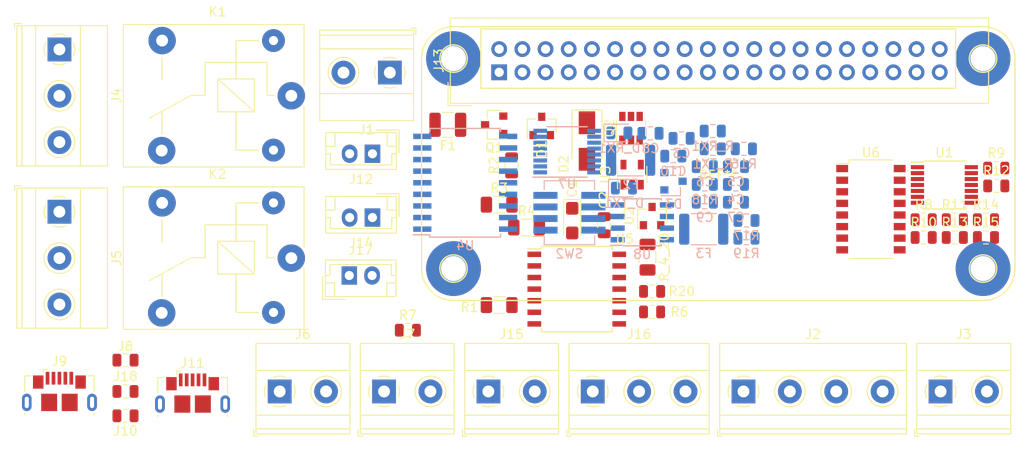
<source format=kicad_pcb>
(kicad_pcb (version 20171130) (host pcbnew 5.0.0-fee4fd1~66~ubuntu16.04.1)
  (layers (0 F.Cu signal) (31 B.Cu signal) (34 B.Paste user) (35 F.Paste user) (36 B.SilkS user) (37 F.SilkS user) (38 B.Mask user) (39 F.Mask user) (44 Edge.Cuts user))
  (net 0 "")
  (net 1 /3V3)
  (net 2 /AGND)
  (net 3 "Net-(C3-Pad1)")
  (net 4 "Net-(C3-Pad2)")
  (net 5 /DGND)
  (net 6 "Net-(C4-Pad1)")
  (net 7 "Net-(C6-Pad1)")
  (net 8 "Net-(C7-Pad2)")
  (net 9 "Net-(C7-Pad1)")
  (net 10 "Net-(C8-Pad1)")
  (net 11 "Net-(C9-Pad2)")
  (net 12 "Net-(C10-Pad1)")
  (net 13 "Net-(D1-Pad1)")
  (net 14 "Net-(D1-Pad2)")
  (net 15 /powerSupply/Gnd_In)
  (net 16 /rPi/UART_RX)
  (net 17 "Net-(D_RX1-Pad2)")
  (net 18 "Net-(D_TX1-Pad2)")
  (net 19 /rPi/UART_TX)
  (net 20 "Net-(F1-Pad1)")
  (net 21 /powerSupply/V_adapter_out)
  (net 22 /serial/RS485_B-)
  (net 23 /serial/RS485_A+)
  (net 24 /digitalSensing/Vin_1)
  (net 25 /digitalSensing/Vin_2)
  (net 26 /digitalSensing/Vin_3)
  (net 27 /digitalSensing/Vin_4)
  (net 28 /digitalSensing/Gnd_in)
  (net 29 /actuation/RL1_NC)
  (net 30 /actuation/RL1_C)
  (net 31 /actuation/RL1_NO)
  (net 32 /actuation/RL2_NO)
  (net 33 /actuation/RL2_C)
  (net 34 /actuation/RL2_NC)
  (net 35 /analogSensing/R_Sense)
  (net 36 /analogSensing/420+)
  (net 37 /analogSensing/420-)
  (net 38 "Net-(J9-Pad6)")
  (net 39 "Net-(J11-Pad6)")
  (net 40 "Net-(J11-Pad1)")
  (net 41 /rPi/5V_In)
  (net 42 /analogSensing/SDA)
  (net 43 /analogSensing/SCL)
  (net 44 /actuation/Fan_Ctrl)
  (net 45 /D_INPUT_A)
  (net 46 /D_INPUT_B)
  (net 47 /D_INPUT_C)
  (net 48 /D_INPUT_D)
  (net 49 /actuation/Relay1_Ctrl)
  (net 50 /actuation/Relay2_Ctrl)
  (net 51 "Net-(J14-Pad2)")
  (net 52 /serial/RS232_TX)
  (net 53 /serial/RS232_RX)
  (net 54 "Net-(K1-Pad2)")
  (net 55 "Net-(K2-Pad5)")
  (net 56 "Net-(Q2-Pad1)")
  (net 57 "Net-(Q2-Pad3)")
  (net 58 "Net-(R3-Pad2)")
  (net 59 "Net-(R20-Pad1)")
  (net 60 "Net-(R8-Pad1)")
  (net 61 "Net-(R9-Pad1)")
  (net 62 "Net-(R10-Pad1)")
  (net 63 "Net-(R11-Pad1)")
  (net 64 "Net-(R12-Pad1)")
  (net 65 "Net-(R13-Pad1)")
  (net 66 "Net-(R14-Pad1)")
  (net 67 "Net-(R15-Pad1)")
  (net 68 /analogSensing/T_Sense)
  (net 69 "Net-(SW2-Pad6)")
  (net 70 "Net-(SW2-Pad7)")
  (net 71 "Net-(SW2-Pad8)")
  (net 72 "Net-(U1-Pad10)")
  (net 73 "Net-(D3-Pad1)")
  (net 74 /3V3_Net+)
  (net 75 "Net-(J18-Pad2)")
  (module Capacitor_Tantalum_SMD:CP_EIA-3216-12_Kemet-S (layer F.Cu) (at 124.75 105.75 270)
    (fp_text reference C1 (at -3.5 0 270) (layer F.SilkS))
    (fp_text value 10uF)
    (pad 1 smd roundrect (at -1.35 0 270) (size 1.4 1.35) (layers F.Cu F.Paste F.Mask) (roundrect_rratio 0.185185) (net 1 /3V3))
    (pad 2 smd roundrect (at 1.35 0 270) (size 1.4 1.35) (layers F.Cu F.Paste F.Mask) (roundrect_rratio 0.185185) (net 2 /AGND))
  )
  (module Capacitor_SMD:C_0805_2012Metric (layer F.Cu) (at 128.25 106.25 270)
    (fp_text reference C2 (at -2.75 0 270) (layer F.SilkS))
    (fp_text value 0.1uF)
    (pad 1 smd roundrect (at -0.9375 0 270) (size 0.975 1.4) (layers F.Cu F.Paste F.Mask) (net 1 /3V3))
    (pad 2 smd roundrect (at 0.9375 0 270) (size 0.975 1.4) (layers F.Cu F.Paste F.Mask) (net 2 /AGND))
  )
  (module Capacitor_SMD:C_0805_2012Metric (layer B.Cu) (at 136.735001 96.734999)
    (fp_text reference C3 (at 0 1.65) (layer B.SilkS) (effects (justify mirror)))
    (fp_text value 0.1uF)
    (pad 2 smd roundrect (at 0.9375 0) (size 0.975 1.4) (layers B.Cu B.Paste B.Mask) (net 4 "Net-(C3-Pad2)"))
    (pad 1 smd roundrect (at -0.9375 0) (size 0.975 1.4) (layers B.Cu B.Paste B.Mask) (net 3 "Net-(C3-Pad1)"))
  )
  (module Capacitor_SMD:C_0805_2012Metric (layer B.Cu) (at 142.685001 101.784999)
    (fp_text reference C4 (at 0 1.65) (layer B.SilkS) (effects (justify mirror)))
    (fp_text value 0.1uF)
    (pad 1 smd roundrect (at -0.9375 0) (size 0.975 1.4) (layers B.Cu B.Paste B.Mask) (net 6 "Net-(C4-Pad1)"))
    (pad 2 smd roundrect (at 0.9375 0) (size 0.975 1.4) (layers B.Cu B.Paste B.Mask) (net 5 /DGND))
  )
  (module Capacitor_SMD:C_0805_2012Metric (layer B.Cu) (at 142.685001 99.834999)
    (fp_text reference C5 (at 0 1.65) (layer B.SilkS) (effects (justify mirror)))
    (fp_text value 0.1uF)
    (pad 2 smd roundrect (at 0.9375 0) (size 0.975 1.4) (layers B.Cu B.Paste B.Mask) (net 5 /DGND))
    (pad 1 smd roundrect (at -0.9375 0) (size 0.975 1.4) (layers B.Cu B.Paste B.Mask) (net 1 /3V3))
  )
  (module Capacitor_SMD:C_0805_2012Metric (layer B.Cu) (at 139.275001 99.834999)
    (fp_text reference C6 (at 0 1.65) (layer B.SilkS) (effects (justify mirror)))
    (fp_text value 0.1uF)
    (pad 2 smd roundrect (at 0.9375 0) (size 0.975 1.4) (layers B.Cu B.Paste B.Mask) (net 5 /DGND))
    (pad 1 smd roundrect (at -0.9375 0) (size 0.975 1.4) (layers B.Cu B.Paste B.Mask) (net 7 "Net-(C6-Pad1)"))
  )
  (module Capacitor_SMD:C_0805_2012Metric (layer B.Cu) (at 142.685001 103.734999)
    (fp_text reference C7 (at 0 1.65) (layer B.SilkS) (effects (justify mirror)))
    (fp_text value 0.1uF)
    (pad 1 smd roundrect (at -0.9375 0) (size 0.975 1.4) (layers B.Cu B.Paste B.Mask) (net 9 "Net-(C7-Pad1)"))
    (pad 2 smd roundrect (at 0.9375 0) (size 0.975 1.4) (layers B.Cu B.Paste B.Mask) (net 8 "Net-(C7-Pad2)"))
  )
  (module Capacitor_SMD:C_0805_2012Metric (layer B.Cu) (at 133.325001 96.184999)
    (fp_text reference C8 (at 0 1.65) (layer B.SilkS) (effects (justify mirror)))
    (fp_text value 0.1uF)
    (pad 1 smd roundrect (at -0.9375 0) (size 0.975 1.4) (layers B.Cu B.Paste B.Mask) (net 10 "Net-(C8-Pad1)"))
    (pad 2 smd roundrect (at 0.9375 0) (size 0.975 1.4) (layers B.Cu B.Paste B.Mask) (net 5 /DGND))
  )
  (module Capacitor_SMD:C_0805_2012Metric (layer B.Cu) (at 139.275001 103.734999)
    (fp_text reference C9 (at 0 1.65) (layer B.SilkS) (effects (justify mirror)))
    (fp_text value 1nF)
    (pad 2 smd roundrect (at 0.9375 0) (size 0.975 1.4) (layers B.Cu B.Paste B.Mask) (net 11 "Net-(C9-Pad2)"))
    (pad 1 smd roundrect (at -0.9375 0) (size 0.975 1.4) (layers B.Cu B.Paste B.Mask) (net 1 /3V3))
  )
  (module Capacitor_SMD:C_0805_2012Metric (layer B.Cu) (at 135.825001 98.684999)
    (fp_text reference C10 (at 0 1.65) (layer B.SilkS) (effects (justify mirror)))
    (fp_text value 1nF)
    (pad 1 smd roundrect (at -0.9375 0) (size 0.975 1.4) (layers B.Cu B.Paste B.Mask) (net 12 "Net-(C10-Pad1)"))
    (pad 2 smd roundrect (at 0.9375 0) (size 0.975 1.4) (layers B.Cu B.Paste B.Mask) (net 5 /DGND))
  )
  (module Diode_SMD:D_SOT-23_ANK (layer F.Cu) (at 121.412 95.377 90)
    (fp_text reference D1 (at -2.54 0 90) (layer F.SilkS))
    (fp_text value 10V)
    (pad 1 smd rect (at 1 0 90) (size 0.9 0.8) (layers F.Cu F.Paste F.Mask) (net 13 "Net-(D1-Pad1)"))
    (pad "" smd rect (at -1 0.95 90) (size 0.9 0.8) (layers F.Cu F.Paste F.Mask))
    (pad 2 smd rect (at -1 -0.95 90) (size 0.9 0.8) (layers F.Cu F.Paste F.Mask) (net 14 "Net-(D1-Pad2)"))
  )
  (module Diode_SMD:D_SMA (layer F.Cu) (at 126.365 97.028 270)
    (fp_text reference D2 (at 2.54 2.54 270) (layer F.SilkS))
    (fp_text value 24V)
    (pad 1 smd rect (at -2 0 270) (size 2.5 1.8) (layers F.Cu F.Paste F.Mask) (net 13 "Net-(D1-Pad1)"))
    (pad 2 smd rect (at 2 0 270) (size 2.5 1.8) (layers F.Cu F.Paste F.Mask) (net 15 /powerSupply/Gnd_In))
  )
  (module Diode_SMD:D_SOT-23_ANK (layer B.Cu) (at 135.845001 101.434999)
    (fp_text reference D3 (at 0 2.5) (layer B.SilkS) (effects (justify mirror)))
    (fp_text value MMBD914)
    (pad 2 smd rect (at -1 0.95) (size 0.9 0.8) (layers B.Cu B.Paste B.Mask) (net 6 "Net-(C4-Pad1)"))
    (pad "" smd rect (at -1 -0.95) (size 0.9 0.8) (layers B.Cu B.Paste B.Mask))
    (pad 1 smd rect (at 1 0) (size 0.9 0.8) (layers B.Cu B.Paste B.Mask) (net 73 "Net-(D3-Pad1)"))
  )
  (module LED_SMD:LED_0805_2012Metric (layer B.Cu) (at 129.915001 96.139999)
    (fp_text reference D_RX1 (at 0 1.65) (layer B.SilkS) (effects (justify mirror)))
    (fp_text value LED)
    (pad 1 smd roundrect (at -0.9375 0) (size 0.975 1.4) (layers B.Cu B.Paste B.Mask) (net 16 /rPi/UART_RX))
    (pad 2 smd roundrect (at 0.9375 0) (size 0.975 1.4) (layers B.Cu B.Paste B.Mask) (net 17 "Net-(D_RX1-Pad2)"))
  )
  (module LED_SMD:LED_0805_2012Metric (layer B.Cu) (at 130.415001 102.189999)
    (fp_text reference D_TX1 (at 0 1.65) (layer B.SilkS) (effects (justify mirror)))
    (fp_text value LED)
    (pad 2 smd roundrect (at 0.9375 0) (size 0.975 1.4) (layers B.Cu B.Paste B.Mask) (net 18 "Net-(D_TX1-Pad2)"))
    (pad 1 smd roundrect (at -0.9375 0) (size 0.975 1.4) (layers B.Cu B.Paste B.Mask) (net 19 /rPi/UART_TX))
  )
  (module Fuse:Fuse_1210_3225Metric (layer F.Cu) (at 111.125 95.25 180)
    (fp_text reference F1 (at 0 -2.28 180) (layer F.SilkS))
    (fp_text value 3A)
    (pad 1 smd roundrect (at -1.4 0 180) (size 1.25 2.65) (layers F.Cu F.Paste F.Mask) (roundrect_rratio 0.2) (net 20 "Net-(F1-Pad1)"))
    (pad 2 smd roundrect (at 1.4 0 180) (size 1.25 2.65) (layers F.Cu F.Paste F.Mask) (roundrect_rratio 0.2) (net 21 /powerSupply/V_adapter_out))
  )
  (module Fuse:Fuse_1812_4532Metric (layer B.Cu) (at 131.145001 99.134999)
    (fp_text reference F2 (at 0 2.65) (layer B.SilkS) (effects (justify mirror)))
    (fp_text value PPTC)
    (pad 1 smd roundrect (at -2.1375 0) (size 1.125 3.4) (layers B.Cu B.Paste B.Mask) (roundrect_rratio 0.222222) (net 22 /serial/RS485_B-))
    (pad 2 smd roundrect (at 2.1375 0) (size 1.125 3.4) (layers B.Cu B.Paste B.Mask) (roundrect_rratio 0.222222) (net 11 "Net-(C9-Pad2)"))
  )
  (module Fuse:Fuse_1812_4532Metric (layer B.Cu) (at 139.155001 106.684999)
    (fp_text reference F3 (at 0 2.65) (layer B.SilkS) (effects (justify mirror)))
    (fp_text value PPTC)
    (pad 2 smd roundrect (at 2.1375 0) (size 1.125 3.4) (layers B.Cu B.Paste B.Mask) (roundrect_rratio 0.222222) (net 12 "Net-(C10-Pad1)"))
    (pad 1 smd roundrect (at -2.1375 0) (size 1.125 3.4) (layers B.Cu B.Paste B.Mask) (roundrect_rratio 0.222222) (net 23 /serial/RS485_A+))
  )
  (module TerminalBlock_Phoenix:TerminalBlock_Phoenix_MKDS-1,5-2-5.08_1x02_P5.08mm_Horizontal (layer F.Cu) (at 104.775 89.535 180)
    (fp_text reference J1 (at 2.54 -6.26 180) (layer F.SilkS))
    (fp_text value PWR_SUPPLY)
    (pad 2 thru_hole circle (at 5.08 0 180) (size 2.6 2.6) (drill 1.3) (layers *.Cu *.Mask) (net 15 /powerSupply/Gnd_In))
    (pad 1 thru_hole rect (at 0 0 180) (size 2.6 2.6) (drill 1.3) (layers *.Cu *.Mask) (net 21 /powerSupply/V_adapter_out))
  )
  (module TerminalBlock_Phoenix:TerminalBlock_Phoenix_MKDS-1,5-4-5.08_1x04_P5.08mm_Horizontal (layer F.Cu) (at 143.51 124.46)
    (fp_text reference J2 (at 7.62 -6.26) (layer F.SilkS))
    (fp_text value Digital_Input_Signals)
    (pad 1 thru_hole rect (at 0 0) (size 2.6 2.6) (drill 1.3) (layers *.Cu *.Mask) (net 24 /digitalSensing/Vin_1))
    (pad 2 thru_hole circle (at 5.08 0) (size 2.6 2.6) (drill 1.3) (layers *.Cu *.Mask) (net 25 /digitalSensing/Vin_2))
    (pad 3 thru_hole circle (at 10.16 0) (size 2.6 2.6) (drill 1.3) (layers *.Cu *.Mask) (net 26 /digitalSensing/Vin_3))
    (pad 4 thru_hole circle (at 15.24 0) (size 2.6 2.6) (drill 1.3) (layers *.Cu *.Mask) (net 27 /digitalSensing/Vin_4))
  )
  (module TerminalBlock_Phoenix:TerminalBlock_Phoenix_MKDS-1,5-2-5.08_1x02_P5.08mm_Horizontal (layer F.Cu) (at 165.1 124.46)
    (fp_text reference J3 (at 2.54 -6.26) (layer F.SilkS))
    (fp_text value Digital_Input_Gnd)
    (pad 1 thru_hole rect (at 0 0) (size 2.6 2.6) (drill 1.3) (layers *.Cu *.Mask) (net 28 /digitalSensing/Gnd_in))
    (pad 2 thru_hole circle (at 5.08 0) (size 2.6 2.6) (drill 1.3) (layers *.Cu *.Mask) (net 28 /digitalSensing/Gnd_in))
  )
  (module TerminalBlock_Phoenix:TerminalBlock_Phoenix_MKDS-1,5-3-5.08_1x03_P5.08mm_Horizontal (layer F.Cu) (at 68.58 86.995 270)
    (fp_text reference J4 (at 5.08 -6.26 270) (layer F.SilkS))
    (fp_text value Screw_Terminal_01x03)
    (pad 1 thru_hole rect (at 0 0 270) (size 2.6 2.6) (drill 1.3) (layers *.Cu *.Mask) (net 31 /actuation/RL1_NO))
    (pad 2 thru_hole circle (at 5.08 0 270) (size 2.6 2.6) (drill 1.3) (layers *.Cu *.Mask) (net 30 /actuation/RL1_C))
    (pad 3 thru_hole circle (at 10.16 0 270) (size 2.6 2.6) (drill 1.3) (layers *.Cu *.Mask) (net 29 /actuation/RL1_NC))
  )
  (module TerminalBlock_Phoenix:TerminalBlock_Phoenix_MKDS-1,5-3-5.08_1x03_P5.08mm_Horizontal (layer F.Cu) (at 68.58 104.775 270)
    (fp_text reference J5 (at 5.08 -6.26 270) (layer F.SilkS))
    (fp_text value Screw_Terminal_01x03)
    (pad 3 thru_hole circle (at 10.16 0 270) (size 2.6 2.6) (drill 1.3) (layers *.Cu *.Mask) (net 34 /actuation/RL2_NC))
    (pad 2 thru_hole circle (at 5.08 0 270) (size 2.6 2.6) (drill 1.3) (layers *.Cu *.Mask) (net 33 /actuation/RL2_C))
    (pad 1 thru_hole rect (at 0 0 270) (size 2.6 2.6) (drill 1.3) (layers *.Cu *.Mask) (net 32 /actuation/RL2_NO))
  )
  (module TerminalBlock_Phoenix:TerminalBlock_Phoenix_MKDS-1,5-2-5.08_1x02_P5.08mm_Horizontal (layer F.Cu) (at 92.71 124.46)
    (fp_text reference J6 (at 2.54 -6.26) (layer F.SilkS))
    (fp_text value Analog_RSense)
    (pad 2 thru_hole circle (at 5.08 0) (size 2.6 2.6) (drill 1.3) (layers *.Cu *.Mask) (net 2 /AGND))
    (pad 1 thru_hole rect (at 0 0) (size 2.6 2.6) (drill 1.3) (layers *.Cu *.Mask) (net 35 /analogSensing/R_Sense))
  )
  (module TerminalBlock_Phoenix:TerminalBlock_Phoenix_MKDS-1,5-2-5.08_1x02_P5.08mm_Horizontal (layer F.Cu) (at 104.14 124.46)
    (fp_text reference J7 (at 2.54 -6.26) (layer F.SilkS))
    (fp_text value Analog_420)
    (pad 1 thru_hole rect (at 0 0) (size 2.6 2.6) (drill 1.3) (layers *.Cu *.Mask) (net 36 /analogSensing/420+))
    (pad 2 thru_hole circle (at 5.08 0) (size 2.6 2.6) (drill 1.3) (layers *.Cu *.Mask) (net 37 /analogSensing/420-))
  )
  (module Resistor_SMD:R_0805_2012Metric (layer F.Cu) (at 75.819 121.031 180)
    (fp_text reference J8 (at 0 1.524 180) (layer F.SilkS))
    (fp_text value Supply_Safety_Bypass)
    (pad 2 smd roundrect (at 0.9375 0 180) (size 0.975 1.4) (layers F.Cu F.Paste F.Mask) (net 20 "Net-(F1-Pad1)"))
    (pad 1 smd roundrect (at -0.9375 0 180) (size 0.975 1.4) (layers F.Cu F.Paste F.Mask) (net 75 "Net-(J18-Pad2)"))
  )
  (module Connector_USB:USB_Micro-B_GCT_USB3076-30-A (layer F.Cu) (at 68.58 124.46)
    (fp_text reference J9 (at 0 -3.3) (layer F.SilkS))
    (fp_text value USB_B_Micro_IN)
    (pad 6 smd rect (at -2.32 -1.03) (size 1.15 1.45) (layers F.Cu F.Paste F.Mask) (net 38 "Net-(J9-Pad6)"))
    (pad 6 smd rect (at 2.32 -1.03) (size 1.15 1.45) (layers F.Cu F.Paste F.Mask) (net 38 "Net-(J9-Pad6)"))
    (pad 6 thru_hole oval (at 3.575 1.2) (size 1.05 1.9) (drill oval 0.45 1.25) (layers *.Cu *.Mask) (net 38 "Net-(J9-Pad6)"))
    (pad 6 thru_hole oval (at -3.575 1.2 180) (size 1.05 1.9) (drill oval 0.45 1.25) (layers *.Cu *.Mask) (net 38 "Net-(J9-Pad6)"))
    (pad 6 smd rect (at -1.125 1.2) (size 1.75 1.9) (layers F.Cu F.Paste F.Mask) (net 38 "Net-(J9-Pad6)"))
    (pad 3 smd rect (at 0 -1.45) (size 0.4 1.4) (layers F.Cu F.Paste F.Mask))
    (pad 4 smd rect (at 0.65 -1.45) (size 0.4 1.4) (layers F.Cu F.Paste F.Mask))
    (pad 5 smd rect (at 1.3 -1.45) (size 0.4 1.4) (layers F.Cu F.Paste F.Mask) (net 15 /powerSupply/Gnd_In))
    (pad 1 smd rect (at -1.3 -1.45) (size 0.4 1.4) (layers F.Cu F.Paste F.Mask) (net 75 "Net-(J18-Pad2)"))
    (pad 2 smd rect (at -0.65 -1.45) (size 0.4 1.4) (layers F.Cu F.Paste F.Mask))
    (pad 6 smd rect (at 1.125 1.2) (size 1.75 1.9) (layers F.Cu F.Paste F.Mask) (net 38 "Net-(J9-Pad6)"))
  )
  (module Resistor_SMD:R_0805_2012Metric (layer F.Cu) (at 75.819 127.127 180)
    (fp_text reference J10 (at 0 -1.65 180) (layer F.SilkS))
    (fp_text value Bat_Bak_Byp_Gnd)
    (pad 1 smd roundrect (at -0.9375 0 180) (size 0.975 1.4) (layers F.Cu F.Paste F.Mask) (net 15 /powerSupply/Gnd_In))
    (pad 2 smd roundrect (at 0.9375 0 180) (size 0.975 1.4) (layers F.Cu F.Paste F.Mask) (net 5 /DGND))
  )
  (module Connector_USB:USB_Micro-B_GCT_USB3076-30-A (layer F.Cu) (at 83.17 124.64)
    (fp_text reference J11 (at 0 -3.3) (layer F.SilkS))
    (fp_text value USB_B_Micro_OUT)
    (pad 6 smd rect (at 1.125 1.2) (size 1.75 1.9) (layers F.Cu F.Paste F.Mask) (net 39 "Net-(J11-Pad6)"))
    (pad 2 smd rect (at -0.65 -1.45) (size 0.4 1.4) (layers F.Cu F.Paste F.Mask))
    (pad 1 smd rect (at -1.3 -1.45) (size 0.4 1.4) (layers F.Cu F.Paste F.Mask) (net 40 "Net-(J11-Pad1)"))
    (pad 5 smd rect (at 1.3 -1.45) (size 0.4 1.4) (layers F.Cu F.Paste F.Mask) (net 5 /DGND))
    (pad 4 smd rect (at 0.65 -1.45) (size 0.4 1.4) (layers F.Cu F.Paste F.Mask))
    (pad 3 smd rect (at 0 -1.45) (size 0.4 1.4) (layers F.Cu F.Paste F.Mask))
    (pad 6 smd rect (at -1.125 1.2) (size 1.75 1.9) (layers F.Cu F.Paste F.Mask) (net 39 "Net-(J11-Pad6)"))
    (pad 6 thru_hole oval (at -3.575 1.2 180) (size 1.05 1.9) (drill oval 0.45 1.25) (layers *.Cu *.Mask) (net 39 "Net-(J11-Pad6)"))
    (pad 6 thru_hole oval (at 3.575 1.2) (size 1.05 1.9) (drill oval 0.45 1.25) (layers *.Cu *.Mask) (net 39 "Net-(J11-Pad6)"))
    (pad 6 smd rect (at 2.32 -1.03) (size 1.15 1.45) (layers F.Cu F.Paste F.Mask) (net 39 "Net-(J11-Pad6)"))
    (pad 6 smd rect (at -2.32 -1.03) (size 1.15 1.45) (layers F.Cu F.Paste F.Mask) (net 39 "Net-(J11-Pad6)"))
  )
  (module Connector_JST:JST_EH_B02B-EH-A_1x02_P2.50mm_Vertical (layer F.Cu) (at 102.87 98.425 180)
    (fp_text reference J12 (at 1.25 -2.8 180) (layer F.SilkS))
    (fp_text value ON_Switch)
    (pad 1 thru_hole rect (at 0 0 180) (size 1.7 2) (drill 1) (layers *.Cu *.Mask) (net 40 "Net-(J11-Pad1)"))
    (pad 2 thru_hole oval (at 2.5 0 180) (size 1.7 2) (drill 1) (layers *.Cu *.Mask) (net 41 /rPi/5V_In))
  )
  (module Connector_IDC:IDC-Header_2x20_P2.54mm_Vertical (layer F.Cu) (at 116.75 89.5 90)
    (fp_text reference J13 (at 1.27 -6.604 90) (layer F.SilkS))
    (fp_text value Raspberry_Pi_2_3)
    (pad 1 thru_hole rect (at 0 0 90) (size 1.7272 1.7272) (drill 1.016) (layers *.Cu *.Mask) (net 74 /3V3_Net+))
    (pad 2 thru_hole oval (at 2.54 0 90) (size 1.7272 1.7272) (drill 1.016) (layers *.Cu *.Mask) (net 41 /rPi/5V_In))
    (pad 3 thru_hole oval (at 0 2.54 90) (size 1.7272 1.7272) (drill 1.016) (layers *.Cu *.Mask) (net 42 /analogSensing/SDA))
    (pad 4 thru_hole oval (at 2.54 2.54 90) (size 1.7272 1.7272) (drill 1.016) (layers *.Cu *.Mask) (net 41 /rPi/5V_In))
    (pad 5 thru_hole oval (at 0 5.08 90) (size 1.7272 1.7272) (drill 1.016) (layers *.Cu *.Mask) (net 43 /analogSensing/SCL))
    (pad 6 thru_hole oval (at 2.54 5.08 90) (size 1.7272 1.7272) (drill 1.016) (layers *.Cu *.Mask) (net 2 /AGND))
    (pad 7 thru_hole oval (at 0 7.62 90) (size 1.7272 1.7272) (drill 1.016) (layers *.Cu *.Mask) (net 44 /actuation/Fan_Ctrl))
    (pad 8 thru_hole oval (at 2.54 7.62 90) (size 1.7272 1.7272) (drill 1.016) (layers *.Cu *.Mask) (net 19 /rPi/UART_TX))
    (pad 9 thru_hole oval (at 0 10.16 90) (size 1.7272 1.7272) (drill 1.016) (layers *.Cu *.Mask) (net 5 /DGND))
    (pad 10 thru_hole oval (at 2.54 10.16 90) (size 1.7272 1.7272) (drill 1.016) (layers *.Cu *.Mask) (net 16 /rPi/UART_RX))
    (pad 11 thru_hole oval (at 0 12.7 90) (size 1.7272 1.7272) (drill 1.016) (layers *.Cu *.Mask))
    (pad 12 thru_hole oval (at 2.54 12.7 90) (size 1.7272 1.7272) (drill 1.016) (layers *.Cu *.Mask))
    (pad 13 thru_hole oval (at 0 15.24 90) (size 1.7272 1.7272) (drill 1.016) (layers *.Cu *.Mask))
    (pad 14 thru_hole oval (at 2.54 15.24 90) (size 1.7272 1.7272) (drill 1.016) (layers *.Cu *.Mask) (net 5 /DGND))
    (pad 15 thru_hole oval (at 0 17.78 90) (size 1.7272 1.7272) (drill 1.016) (layers *.Cu *.Mask) (net 45 /D_INPUT_A))
    (pad 16 thru_hole oval (at 2.54 17.78 90) (size 1.7272 1.7272) (drill 1.016) (layers *.Cu *.Mask) (net 46 /D_INPUT_B))
    (pad 17 thru_hole oval (at 0 20.32 90) (size 1.7272 1.7272) (drill 1.016) (layers *.Cu *.Mask))
    (pad 18 thru_hole oval (at 2.54 20.32 90) (size 1.7272 1.7272) (drill 1.016) (layers *.Cu *.Mask) (net 47 /D_INPUT_C))
    (pad 19 thru_hole oval (at 0 22.86 90) (size 1.7272 1.7272) (drill 1.016) (layers *.Cu *.Mask))
    (pad 20 thru_hole oval (at 2.54 22.86 90) (size 1.7272 1.7272) (drill 1.016) (layers *.Cu *.Mask) (net 5 /DGND))
    (pad 21 thru_hole oval (at 0 25.4 90) (size 1.7272 1.7272) (drill 1.016) (layers *.Cu *.Mask))
    (pad 22 thru_hole oval (at 2.54 25.4 90) (size 1.7272 1.7272) (drill 1.016) (layers *.Cu *.Mask) (net 48 /D_INPUT_D))
    (pad 23 thru_hole oval (at 0 27.94 90) (size 1.7272 1.7272) (drill 1.016) (layers *.Cu *.Mask))
    (pad 24 thru_hole oval (at 2.54 27.94 90) (size 1.7272 1.7272) (drill 1.016) (layers *.Cu *.Mask))
    (pad 25 thru_hole oval (at 0 30.48 90) (size 1.7272 1.7272) (drill 1.016) (layers *.Cu *.Mask) (net 5 /DGND))
    (pad 26 thru_hole oval (at 2.54 30.48 90) (size 1.7272 1.7272) (drill 1.016) (layers *.Cu *.Mask))
    (pad 27 thru_hole oval (at 0 33.02 90) (size 1.7272 1.7272) (drill 1.016) (layers *.Cu *.Mask))
    (pad 28 thru_hole oval (at 2.54 33.02 90) (size 1.7272 1.7272) (drill 1.016) (layers *.Cu *.Mask))
    (pad 29 thru_hole oval (at 0 35.56 90) (size 1.7272 1.7272) (drill 1.016) (layers *.Cu *.Mask) (net 49 /actuation/Relay1_Ctrl))
    (pad 30 thru_hole oval (at 2.54 35.56 90) (size 1.7272 1.7272) (drill 1.016) (layers *.Cu *.Mask) (net 5 /DGND))
    (pad 31 thru_hole oval (at 0 38.1 90) (size 1.7272 1.7272) (drill 1.016) (layers *.Cu *.Mask) (net 50 /actuation/Relay2_Ctrl))
    (pad 32 thru_hole oval (at 2.54 38.1 90) (size 1.7272 1.7272) (drill 1.016) (layers *.Cu *.Mask))
    (pad 33 thru_hole oval (at 0 40.64 90) (size 1.7272 1.7272) (drill 1.016) (layers *.Cu *.Mask))
    (pad 34 thru_hole oval (at 2.54 40.64 90) (size 1.7272 1.7272) (drill 1.016) (layers *.Cu *.Mask) (net 5 /DGND))
    (pad 35 thru_hole oval (at 0 43.18 90) (size 1.7272 1.7272) (drill 1.016) (layers *.Cu *.Mask))
    (pad 36 thru_hole oval (at 2.54 43.18 90) (size 1.7272 1.7272) (drill 1.016) (layers *.Cu *.Mask))
    (pad 37 thru_hole oval (at 0 45.72 90) (size 1.7272 1.7272) (drill 1.016) (layers *.Cu *.Mask))
    (pad 38 thru_hole oval (at 2.54 45.72 90) (size 1.7272 1.7272) (drill 1.016) (layers *.Cu *.Mask))
    (pad 39 thru_hole oval (at 0 48.26 90) (size 1.7272 1.7272) (drill 1.016) (layers *.Cu *.Mask) (net 5 /DGND))
    (pad 40 thru_hole oval (at 2.54 48.26 90) (size 1.7272 1.7272) (drill 1.016) (layers *.Cu *.Mask))
  )
  (module Connector_JST:JST_EH_B02B-EH-A_1x02_P2.50mm_Vertical (layer F.Cu) (at 102.87 105.41 180)
    (fp_text reference J14 (at 1.25 -2.8 180) (layer F.SilkS))
    (fp_text value Fan)
    (pad 2 thru_hole oval (at 2.5 0 180) (size 1.7 2) (drill 1) (layers *.Cu *.Mask) (net 51 "Net-(J14-Pad2)"))
    (pad 1 thru_hole rect (at 0 0 180) (size 1.7 2) (drill 1) (layers *.Cu *.Mask) (net 41 /rPi/5V_In))
  )
  (module Relay_THT:Relay_SPDT_SANYOU_SRD_Series_Form_C (layer F.Cu) (at 93.98 92.075 180)
    (fp_text reference K1 (at 8.1 9.2 180) (layer F.SilkS))
    (fp_text value Songle-SRD)
    (pad 1 thru_hole circle (at 0 0 270) (size 3 3) (drill 1.3) (layers *.Cu *.Mask) (net 30 /actuation/RL1_C))
    (pad 5 thru_hole circle (at 1.95 -5.95 270) (size 2.5 2.5) (drill 1) (layers *.Cu *.Mask) (net 41 /rPi/5V_In))
    (pad 4 thru_hole circle (at 14.2 -6 270) (size 3 3) (drill 1.3) (layers *.Cu *.Mask) (net 29 /actuation/RL1_NC))
    (pad 3 thru_hole circle (at 14.15 6.05 270) (size 3 3) (drill 1.3) (layers *.Cu *.Mask) (net 31 /actuation/RL1_NO))
    (pad 2 thru_hole circle (at 1.95 6.05 270) (size 2.5 2.5) (drill 1) (layers *.Cu *.Mask) (net 54 "Net-(K1-Pad2)"))
  )
  (module Relay_THT:Relay_SPDT_SANYOU_SRD_Series_Form_C (layer F.Cu) (at 93.98 109.855 180)
    (fp_text reference K2 (at 8.1 9.2 180) (layer F.SilkS))
    (fp_text value Songle-SRD)
    (pad 2 thru_hole circle (at 1.95 6.05 270) (size 2.5 2.5) (drill 1) (layers *.Cu *.Mask) (net 41 /rPi/5V_In))
    (pad 3 thru_hole circle (at 14.15 6.05 270) (size 3 3) (drill 1.3) (layers *.Cu *.Mask) (net 32 /actuation/RL2_NO))
    (pad 4 thru_hole circle (at 14.2 -6 270) (size 3 3) (drill 1.3) (layers *.Cu *.Mask) (net 34 /actuation/RL2_NC))
    (pad 5 thru_hole circle (at 1.95 -5.95 270) (size 2.5 2.5) (drill 1) (layers *.Cu *.Mask) (net 55 "Net-(K2-Pad5)"))
    (pad 1 thru_hole circle (at 0 0 270) (size 3 3) (drill 1.3) (layers *.Cu *.Mask) (net 33 /actuation/RL2_C))
  )
  (module Package_TO_SOT_SMD:SOT-23 (layer F.Cu) (at 116.205 95.25 180)
    (fp_text reference Q1 (at 0 -2.5 180) (layer F.SilkS))
    (fp_text value Q_PMOS_GSD)
    (pad 3 smd rect (at 1 0 180) (size 0.9 0.8) (layers F.Cu F.Paste F.Mask) (net 20 "Net-(F1-Pad1)"))
    (pad 2 smd rect (at -1 0.95 180) (size 0.9 0.8) (layers F.Cu F.Paste F.Mask) (net 13 "Net-(D1-Pad1)"))
    (pad 1 smd rect (at -1 -0.95 180) (size 0.9 0.8) (layers F.Cu F.Paste F.Mask) (net 14 "Net-(D1-Pad2)"))
  )
  (module Package_TO_SOT_SMD:SuperSOT-6 (layer F.Cu) (at 131.191 95.631 90)
    (fp_text reference Q2 (at 0 -2.35 90) (layer F.SilkS))
    (fp_text value FDC021N30)
    (pad 1 smd rect (at -1.3 -0.95 90) (size 1 0.7) (layers F.Cu F.Paste F.Mask) (net 56 "Net-(Q2-Pad1)"))
    (pad 2 smd rect (at -1.3 0 90) (size 1 0.7) (layers F.Cu F.Paste F.Mask) (net 56 "Net-(Q2-Pad1)"))
    (pad 3 smd rect (at -1.3 0.95 90) (size 1 0.7) (layers F.Cu F.Paste F.Mask) (net 57 "Net-(Q2-Pad3)"))
    (pad 4 smd rect (at 1.3 0.95 90) (size 1 0.7) (layers F.Cu F.Paste F.Mask) (net 75 "Net-(J18-Pad2)"))
    (pad 6 smd rect (at 1.3 -0.95 90) (size 1 0.7) (layers F.Cu F.Paste F.Mask) (net 13 "Net-(D1-Pad1)"))
    (pad 5 smd rect (at 1.3 0 90) (size 1 0.7) (layers F.Cu F.Paste F.Mask) (net 13 "Net-(D1-Pad1)"))
  )
  (module Resistor_SMD:R_1206_3216Metric (layer F.Cu) (at 116.75 115)
    (fp_text reference R1 (at -3.25 0.25) (layer F.SilkS))
    (fp_text value 20m)
    (pad 1 smd roundrect (at -1.4 0) (size 1.25 1.75) (layers F.Cu F.Paste F.Mask) (roundrect_rratio 0.2) (net 1 /3V3))
    (pad 2 smd roundrect (at 1.4 0) (size 1.25 1.75) (layers F.Cu F.Paste F.Mask) (roundrect_rratio 0.2) (net 74 /3V3_Net+))
  )
  (module Resistor_SMD:R_0805_2012Metric (layer F.Cu) (at 118.11 99.695 270)
    (fp_text reference R2 (at 0 1.905 270) (layer F.SilkS))
    (fp_text value 10K)
    (pad 2 smd roundrect (at 0.9375 0 270) (size 0.975 1.4) (layers F.Cu F.Paste F.Mask) (net 15 /powerSupply/Gnd_In))
    (pad 1 smd roundrect (at -0.9375 0 270) (size 0.975 1.4) (layers F.Cu F.Paste F.Mask) (net 14 "Net-(D1-Pad2)"))
  )
  (module Resistor_SMD:R_1206_3216Metric (layer F.Cu) (at 116.75 104)
    (fp_text reference R3 (at 0 -1.82) (layer F.SilkS))
    (fp_text value 10K)
    (pad 1 smd roundrect (at -1.4 0) (size 1.25 1.75) (layers F.Cu F.Paste F.Mask) (roundrect_rratio 0.2) (net 1 /3V3))
    (pad 2 smd roundrect (at 1.4 0) (size 1.25 1.75) (layers F.Cu F.Paste F.Mask) (roundrect_rratio 0.2) (net 58 "Net-(R3-Pad2)"))
  )
  (module Resistor_SMD:R_1206_3216Metric (layer F.Cu) (at 119.75 106.5)
    (fp_text reference R4 (at 0 -1.82) (layer F.SilkS))
    (fp_text value 10K)
    (pad 2 smd roundrect (at 1.4 0) (size 1.25 1.75) (layers F.Cu F.Paste F.Mask) (roundrect_rratio 0.2) (net 2 /AGND))
    (pad 1 smd roundrect (at -1.4 0) (size 1.25 1.75) (layers F.Cu F.Paste F.Mask) (roundrect_rratio 0.2) (net 58 "Net-(R3-Pad2)"))
  )
  (module Resistor_SMD:R_0805_2012Metric (layer F.Cu) (at 133.5 115.75)
    (fp_text reference R6 (at 3 0) (layer F.SilkS))
    (fp_text value 0Ohms)
    (pad 1 smd roundrect (at -0.9375 0) (size 0.975 1.4) (layers F.Cu F.Paste F.Mask) (net 59 "Net-(R20-Pad1)"))
    (pad 2 smd roundrect (at 0.9375 0) (size 0.975 1.4) (layers F.Cu F.Paste F.Mask) (net 35 /analogSensing/R_Sense))
  )
  (module Resistor_SMD:R_0805_2012Metric (layer F.Cu) (at 106.75 117.75)
    (fp_text reference R7 (at 0 -1.65) (layer F.SilkS))
    (fp_text value 1K)
    (pad 2 smd roundrect (at 0.9375 0) (size 0.975 1.4) (layers F.Cu F.Paste F.Mask) (net 35 /analogSensing/R_Sense))
    (pad 1 smd roundrect (at -0.9375 0) (size 0.975 1.4) (layers F.Cu F.Paste F.Mask) (net 1 /3V3))
  )
  (module Resistor_SMD:R_0805_2012Metric (layer F.Cu) (at 163.250001 105.645001)
    (fp_text reference R8 (at 0 -1.65) (layer F.SilkS))
    (fp_text value 1K)
    (pad 1 smd roundrect (at -0.9375 0) (size 0.975 1.4) (layers F.Cu F.Paste F.Mask) (net 60 "Net-(R8-Pad1)"))
    (pad 2 smd roundrect (at 0.9375 0) (size 0.975 1.4) (layers F.Cu F.Paste F.Mask) (net 24 /digitalSensing/Vin_1))
  )
  (module Resistor_SMD:R_0805_2012Metric (layer F.Cu) (at 171.200001 99.995001)
    (fp_text reference R9 (at 0 -1.65) (layer F.SilkS))
    (fp_text value 1K)
    (pad 2 smd roundrect (at 0.9375 0) (size 0.975 1.4) (layers F.Cu F.Paste F.Mask) (net 25 /digitalSensing/Vin_2))
    (pad 1 smd roundrect (at -0.9375 0) (size 0.975 1.4) (layers F.Cu F.Paste F.Mask) (net 61 "Net-(R9-Pad1)"))
  )
  (module Resistor_SMD:R_0805_2012Metric (layer F.Cu) (at 163.250001 107.595001)
    (fp_text reference R10 (at 0 -1.65) (layer F.SilkS))
    (fp_text value 1K)
    (pad 1 smd roundrect (at -0.9375 0) (size 0.975 1.4) (layers F.Cu F.Paste F.Mask) (net 62 "Net-(R10-Pad1)"))
    (pad 2 smd roundrect (at 0.9375 0) (size 0.975 1.4) (layers F.Cu F.Paste F.Mask) (net 26 /digitalSensing/Vin_3))
  )
  (module Resistor_SMD:R_0805_2012Metric (layer F.Cu) (at 166.660001 105.645001)
    (fp_text reference R11 (at 0 -1.65) (layer F.SilkS))
    (fp_text value 1K)
    (pad 2 smd roundrect (at 0.9375 0) (size 0.975 1.4) (layers F.Cu F.Paste F.Mask) (net 27 /digitalSensing/Vin_4))
    (pad 1 smd roundrect (at -0.9375 0) (size 0.975 1.4) (layers F.Cu F.Paste F.Mask) (net 63 "Net-(R11-Pad1)"))
  )
  (module Resistor_SMD:R_0805_2012Metric (layer F.Cu) (at 171.200001 101.945001)
    (fp_text reference R12 (at 0 -1.65) (layer F.SilkS))
    (fp_text value 1K)
    (pad 1 smd roundrect (at -0.9375 0) (size 0.975 1.4) (layers F.Cu F.Paste F.Mask) (net 64 "Net-(R12-Pad1)"))
    (pad 2 smd roundrect (at 0.9375 0) (size 0.975 1.4) (layers F.Cu F.Paste F.Mask) (net 1 /3V3))
  )
  (module Resistor_SMD:R_0805_2012Metric (layer F.Cu) (at 166.660001 107.595001)
    (fp_text reference R13 (at 0 -1.65) (layer F.SilkS))
    (fp_text value 1K)
    (pad 2 smd roundrect (at 0.9375 0) (size 0.975 1.4) (layers F.Cu F.Paste F.Mask) (net 1 /3V3))
    (pad 1 smd roundrect (at -0.9375 0) (size 0.975 1.4) (layers F.Cu F.Paste F.Mask) (net 65 "Net-(R13-Pad1)"))
  )
  (module Resistor_SMD:R_0805_2012Metric (layer F.Cu) (at 170.070001 105.645001)
    (fp_text reference R14 (at 0 -1.65) (layer F.SilkS))
    (fp_text value 1K)
    (pad 1 smd roundrect (at -0.9375 0) (size 0.975 1.4) (layers F.Cu F.Paste F.Mask) (net 66 "Net-(R14-Pad1)"))
    (pad 2 smd roundrect (at 0.9375 0) (size 0.975 1.4) (layers F.Cu F.Paste F.Mask) (net 1 /3V3))
  )
  (module Resistor_SMD:R_0805_2012Metric (layer F.Cu) (at 170.070001 107.595001)
    (fp_text reference R15 (at 0 -1.65) (layer F.SilkS))
    (fp_text value 1K)
    (pad 2 smd roundrect (at 0.9375 0) (size 0.975 1.4) (layers F.Cu F.Paste F.Mask) (net 1 /3V3))
    (pad 1 smd roundrect (at -0.9375 0) (size 0.975 1.4) (layers F.Cu F.Paste F.Mask) (net 67 "Net-(R15-Pad1)"))
  )
  (module Resistor_SMD:R_0805_2012Metric (layer B.Cu) (at 143.555001 97.884999)
    (fp_text reference R16 (at 0 1.65) (layer B.SilkS) (effects (justify mirror)))
    (fp_text value 1K)
    (pad 1 smd roundrect (at -0.9375 0) (size 0.975 1.4) (layers B.Cu B.Paste B.Mask) (net 73 "Net-(D3-Pad1)"))
    (pad 2 smd roundrect (at 0.9375 0) (size 0.975 1.4) (layers B.Cu B.Paste B.Mask) (net 6 "Net-(C4-Pad1)"))
  )
  (module Resistor_SMD:R_0805_2012Metric (layer B.Cu) (at 143.835001 105.734999)
    (fp_text reference R17 (at 0 1.65) (layer B.SilkS) (effects (justify mirror)))
    (fp_text value 1K)
    (pad 1 smd roundrect (at -0.9375 0) (size 0.975 1.4) (layers B.Cu B.Paste B.Mask) (net 1 /3V3))
    (pad 2 smd roundrect (at 0.9375 0) (size 0.975 1.4) (layers B.Cu B.Paste B.Mask) (net 11 "Net-(C9-Pad2)"))
  )
  (module Resistor_SMD:R_0805_2012Metric (layer B.Cu) (at 139.275001 101.784999)
    (fp_text reference R18 (at 0 1.65) (layer B.SilkS) (effects (justify mirror)))
    (fp_text value 1K)
    (pad 2 smd roundrect (at 0.9375 0) (size 0.975 1.4) (layers B.Cu B.Paste B.Mask) (net 5 /DGND))
    (pad 1 smd roundrect (at -0.9375 0) (size 0.975 1.4) (layers B.Cu B.Paste B.Mask) (net 12 "Net-(C10-Pad1)"))
  )
  (module Resistor_SMD:R_0805_2012Metric (layer B.Cu) (at 143.835001 107.684999)
    (fp_text reference R19 (at 0 1.65) (layer B.SilkS) (effects (justify mirror)))
    (fp_text value 120)
    (pad 1 smd roundrect (at -0.9375 0) (size 0.975 1.4) (layers B.Cu B.Paste B.Mask) (net 11 "Net-(C9-Pad2)"))
    (pad 2 smd roundrect (at 0.9375 0) (size 0.975 1.4) (layers B.Cu B.Paste B.Mask) (net 12 "Net-(C10-Pad1)"))
  )
  (module Resistor_SMD:R_0805_2012Metric (layer F.Cu) (at 133.5 113.5)
    (fp_text reference R20 (at 3.25 0) (layer F.SilkS))
    (fp_text value 0Ohms)
    (pad 2 smd roundrect (at 0.9375 0) (size 0.975 1.4) (layers F.Cu F.Paste F.Mask) (net 68 /analogSensing/T_Sense))
    (pad 1 smd roundrect (at -0.9375 0) (size 0.975 1.4) (layers F.Cu F.Paste F.Mask) (net 59 "Net-(R20-Pad1)"))
  )
  (module Resistor_SMD:R_1206_3216Metric (layer F.Cu) (at 133 109.75 270)
    (fp_text reference R_4_20 (at 0 -1.82 270) (layer F.SilkS))
    (fp_text value 100)
    (pad 2 smd roundrect (at 1.4 0 270) (size 1.25 1.75) (layers F.Cu F.Paste F.Mask) (roundrect_rratio 0.2) (net 36 /analogSensing/420+))
    (pad 1 smd roundrect (at -1.4 0 270) (size 1.25 1.75) (layers F.Cu F.Paste F.Mask) (roundrect_rratio 0.2) (net 37 /analogSensing/420-))
  )
  (module Resistor_SMD:R_0805_2012Metric (layer B.Cu) (at 140.145001 95.934999)
    (fp_text reference R_RX1 (at 0 1.65) (layer B.SilkS) (effects (justify mirror)))
    (fp_text value 330)
    (pad 1 smd roundrect (at -0.9375 0) (size 0.975 1.4) (layers B.Cu B.Paste B.Mask) (net 1 /3V3))
    (pad 2 smd roundrect (at 0.9375 0) (size 0.975 1.4) (layers B.Cu B.Paste B.Mask) (net 17 "Net-(D_RX1-Pad2)"))
  )
  (module Resistor_SMD:R_0805_2012Metric (layer B.Cu) (at 140.145001 97.884999)
    (fp_text reference R_TX1 (at 0 1.65) (layer B.SilkS) (effects (justify mirror)))
    (fp_text value 330)
    (pad 2 smd roundrect (at 0.9375 0) (size 0.975 1.4) (layers B.Cu B.Paste B.Mask) (net 18 "Net-(D_TX1-Pad2)"))
    (pad 1 smd roundrect (at -0.9375 0) (size 0.975 1.4) (layers B.Cu B.Paste B.Mask) (net 1 /3V3))
  )
  (module Button_Switch_SMD:SW_DIP_SPSTx04_Slide_KingTek_DSHP04TJ_W5.25mm_P1.27mm_JPin (layer B.Cu) (at 124.445001 104.884999)
    (fp_text reference SW2 (at 0 4.5) (layer B.SilkS) (effects (justify mirror)))
    (fp_text value SW_DIP_x04)
    (pad 1 smd rect (at -2.625 1.905) (size 2.65 0.76) (layers B.Cu B.Paste B.Mask) (net 19 /rPi/UART_TX))
    (pad 5 smd rect (at 2.625 -1.905) (size 2.65 0.76) (layers B.Cu B.Paste B.Mask) (net 73 "Net-(D3-Pad1)"))
    (pad 2 smd rect (at -2.625 0.635) (size 2.65 0.76) (layers B.Cu B.Paste B.Mask) (net 16 /rPi/UART_RX))
    (pad 6 smd rect (at 2.625 -0.635) (size 2.65 0.76) (layers B.Cu B.Paste B.Mask) (net 69 "Net-(SW2-Pad6)"))
    (pad 3 smd rect (at -2.625 -0.635) (size 2.65 0.76) (layers B.Cu B.Paste B.Mask) (net 19 /rPi/UART_TX))
    (pad 7 smd rect (at 2.625 0.635) (size 2.65 0.76) (layers B.Cu B.Paste B.Mask) (net 70 "Net-(SW2-Pad7)"))
    (pad 4 smd rect (at -2.625 -1.905) (size 2.65 0.76) (layers B.Cu B.Paste B.Mask) (net 16 /rPi/UART_RX))
    (pad 8 smd rect (at 2.625 1.905) (size 2.65 0.76) (layers B.Cu B.Paste B.Mask) (net 71 "Net-(SW2-Pad8)"))
  )
  (module Package_SO:TSSOP-14_4.4x5mm_P0.65mm (layer F.Cu) (at 165.520001 101.845001)
    (fp_text reference U1 (at 0 -3.55) (layer F.SilkS))
    (fp_text value 74HC14)
    (pad 1 smd rect (at -2.95 -1.95) (size 1.45 0.45) (layers F.Cu F.Paste F.Mask) (net 64 "Net-(R12-Pad1)"))
    (pad 2 smd rect (at -2.95 -1.3) (size 1.45 0.45) (layers F.Cu F.Paste F.Mask) (net 45 /D_INPUT_A))
    (pad 3 smd rect (at -2.95 -0.65) (size 1.45 0.45) (layers F.Cu F.Paste F.Mask) (net 65 "Net-(R13-Pad1)"))
    (pad 4 smd rect (at -2.95 0) (size 1.45 0.45) (layers F.Cu F.Paste F.Mask) (net 46 /D_INPUT_B))
    (pad 5 smd rect (at -2.95 0.65) (size 1.45 0.45) (layers F.Cu F.Paste F.Mask) (net 66 "Net-(R14-Pad1)"))
    (pad 6 smd rect (at -2.95 1.3) (size 1.45 0.45) (layers F.Cu F.Paste F.Mask) (net 47 /D_INPUT_C))
    (pad 7 smd rect (at -2.95 1.95) (size 1.45 0.45) (layers F.Cu F.Paste F.Mask) (net 5 /DGND))
    (pad 8 smd rect (at 2.95 1.95) (size 1.45 0.45) (layers F.Cu F.Paste F.Mask) (net 48 /D_INPUT_D))
    (pad 9 smd rect (at 2.95 1.3) (size 1.45 0.45) (layers F.Cu F.Paste F.Mask) (net 67 "Net-(R15-Pad1)"))
    (pad 10 smd rect (at 2.95 0.65) (size 1.45 0.45) (layers F.Cu F.Paste F.Mask) (net 72 "Net-(U1-Pad10)"))
    (pad 11 smd rect (at 2.95 0) (size 1.45 0.45) (layers F.Cu F.Paste F.Mask) (net 6 "Net-(C4-Pad1)"))
    (pad 12 smd rect (at 2.95 -0.65) (size 1.45 0.45) (layers F.Cu F.Paste F.Mask))
    (pad 13 smd rect (at 2.95 -1.3) (size 1.45 0.45) (layers F.Cu F.Paste F.Mask))
    (pad 14 smd rect (at 2.95 -1.95) (size 1.45 0.45) (layers F.Cu F.Paste F.Mask) (net 1 /3V3))
  )
  (module Package_TO_SOT_SMD:SOT-23 (layer F.Cu) (at 133.5 105.25 90)
    (fp_text reference U2 (at 0 -2.5 90) (layer F.SilkS))
    (fp_text value MCP9700T-ETT)
    (pad 1 smd rect (at -1 -0.95 90) (size 0.9 0.8) (layers F.Cu F.Paste F.Mask) (net 1 /3V3))
    (pad 2 smd rect (at -1 0.95 90) (size 0.9 0.8) (layers F.Cu F.Paste F.Mask) (net 68 /analogSensing/T_Sense))
    (pad 3 smd rect (at 1 0 90) (size 0.9 0.8) (layers F.Cu F.Paste F.Mask) (net 2 /AGND))
  )
  (module Package_TO_SOT_SMD:SOT-23-5 (layer F.Cu) (at 131.318 100.711 90)
    (fp_text reference U3 (at 0 -2.9 90) (layer F.SilkS))
    (fp_text value TPS2400BVR)
    (pad 1 smd rect (at -1.1 -0.95 90) (size 1.06 0.65) (layers F.Cu F.Paste F.Mask))
    (pad 2 smd rect (at -1.1 0 90) (size 1.06 0.65) (layers F.Cu F.Paste F.Mask) (net 15 /powerSupply/Gnd_In))
    (pad 3 smd rect (at -1.1 0.95 90) (size 1.06 0.65) (layers F.Cu F.Paste F.Mask))
    (pad 4 smd rect (at 1.1 0.95 90) (size 1.06 0.65) (layers F.Cu F.Paste F.Mask) (net 57 "Net-(Q2-Pad3)"))
    (pad 5 smd rect (at 1.1 -0.95 90) (size 1.06 0.65) (layers F.Cu F.Paste F.Mask) (net 13 "Net-(D1-Pad1)"))
  )
  (module Package_SO:SOIC-18W_7.5x11.6mm_P1.27mm (layer B.Cu) (at 113.03 101.6)
    (fp_text reference U4 (at 0 6.875) (layer B.SilkS) (effects (justify mirror)))
    (fp_text value ULN2803A)
    (pad 1 smd rect (at -4.7 5.08) (size 2 0.6) (layers B.Cu B.Paste B.Mask) (net 49 /actuation/Relay1_Ctrl))
    (pad 2 smd rect (at -4.7 3.81) (size 2 0.6) (layers B.Cu B.Paste B.Mask) (net 49 /actuation/Relay1_Ctrl))
    (pad 3 smd rect (at -4.7 2.54) (size 2 0.6) (layers B.Cu B.Paste B.Mask) (net 49 /actuation/Relay1_Ctrl))
    (pad 4 smd rect (at -4.7 1.27) (size 2 0.6) (layers B.Cu B.Paste B.Mask) (net 44 /actuation/Fan_Ctrl))
    (pad 5 smd rect (at -4.7 0) (size 2 0.6) (layers B.Cu B.Paste B.Mask) (net 44 /actuation/Fan_Ctrl))
    (pad 6 smd rect (at -4.7 -1.27) (size 2 0.6) (layers B.Cu B.Paste B.Mask) (net 50 /actuation/Relay2_Ctrl))
    (pad 7 smd rect (at -4.7 -2.54) (size 2 0.6) (layers B.Cu B.Paste B.Mask) (net 50 /actuation/Relay2_Ctrl))
    (pad 8 smd rect (at -4.7 -3.81) (size 2 0.6) (layers B.Cu B.Paste B.Mask) (net 50 /actuation/Relay2_Ctrl))
    (pad 9 smd rect (at -4.7 -5.08) (size 2 0.6) (layers B.Cu B.Paste B.Mask) (net 5 /DGND))
    (pad 10 smd rect (at 4.7 -5.08) (size 2 0.6) (layers B.Cu B.Paste B.Mask) (net 41 /rPi/5V_In))
    (pad 11 smd rect (at 4.7 -3.81) (size 2 0.6) (layers B.Cu B.Paste B.Mask) (net 55 "Net-(K2-Pad5)"))
    (pad 12 smd rect (at 4.7 -2.54) (size 2 0.6) (layers B.Cu B.Paste B.Mask) (net 55 "Net-(K2-Pad5)"))
    (pad 13 smd rect (at 4.7 -1.27) (size 2 0.6) (layers B.Cu B.Paste B.Mask) (net 55 "Net-(K2-Pad5)"))
    (pad 14 smd rect (at 4.7 0) (size 2 0.6) (layers B.Cu B.Paste B.Mask) (net 51 "Net-(J14-Pad2)"))
    (pad 15 smd rect (at 4.7 1.27) (size 2 0.6) (layers B.Cu B.Paste B.Mask) (net 51 "Net-(J14-Pad2)"))
    (pad 16 smd rect (at 4.7 2.54) (size 2 0.6) (layers B.Cu B.Paste B.Mask) (net 54 "Net-(K1-Pad2)"))
    (pad 17 smd rect (at 4.7 3.81) (size 2 0.6) (layers B.Cu B.Paste B.Mask) (net 54 "Net-(K1-Pad2)"))
    (pad 18 smd rect (at 4.7 5.08) (size 2 0.6) (layers B.Cu B.Paste B.Mask) (net 54 "Net-(K1-Pad2)"))
  )
  (module Package_SO:SOIC-14W_7.5x9.0mm_P1.27mm (layer F.Cu) (at 125.25 113.25)
    (fp_text reference U5 (at 5.25 -5.5) (layer F.SilkS))
    (fp_text value MCP3428)
    (pad 1 smd rect (at -4.65 -3.81) (size 1.5 0.6) (layers F.Cu F.Paste F.Mask) (net 58 "Net-(R3-Pad2)"))
    (pad 2 smd rect (at -4.65 -2.54) (size 1.5 0.6) (layers F.Cu F.Paste F.Mask) (net 2 /AGND))
    (pad 3 smd rect (at -4.65 -1.27) (size 1.5 0.6) (layers F.Cu F.Paste F.Mask) (net 74 /3V3_Net+))
    (pad 4 smd rect (at -4.65 0) (size 1.5 0.6) (layers F.Cu F.Paste F.Mask) (net 1 /3V3))
    (pad 5 smd rect (at -4.65 1.27) (size 1.5 0.6) (layers F.Cu F.Paste F.Mask) (net 2 /AGND))
    (pad 6 smd rect (at -4.65 2.54) (size 1.5 0.6) (layers F.Cu F.Paste F.Mask) (net 1 /3V3))
    (pad 7 smd rect (at -4.65 3.81) (size 1.5 0.6) (layers F.Cu F.Paste F.Mask) (net 42 /analogSensing/SDA))
    (pad 9 smd rect (at 4.65 2.54) (size 1.5 0.6) (layers F.Cu F.Paste F.Mask) (net 2 /AGND))
    (pad 10 smd rect (at 4.65 1.27) (size 1.5 0.6) (layers F.Cu F.Paste F.Mask) (net 2 /AGND))
    (pad 11 smd rect (at 4.65 0) (size 1.5 0.6) (layers F.Cu F.Paste F.Mask) (net 59 "Net-(R20-Pad1)"))
    (pad 12 smd rect (at 4.65 -1.27) (size 1.5 0.6) (layers F.Cu F.Paste F.Mask) (net 2 /AGND))
    (pad 13 smd rect (at 4.65 -2.54) (size 1.5 0.6) (layers F.Cu F.Paste F.Mask) (net 36 /analogSensing/420+))
    (pad 14 smd rect (at 4.65 -3.81) (size 1.5 0.6) (layers F.Cu F.Paste F.Mask) (net 37 /analogSensing/420-))
    (pad 8 smd rect (at 4.65 3.81) (size 1.5 0.6) (layers F.Cu F.Paste F.Mask) (net 43 /analogSensing/SCL))
  )
  (module Package_SO:SOP-16_4.4x10.4mm_P1.27mm (layer F.Cu) (at 157.470001 104.495001)
    (fp_text reference U6 (at 0 -6.2) (layer F.SilkS))
    (fp_text value TLP291-4)
    (pad 1 smd rect (at -3.15 -4.45) (size 1.3 0.8) (layers F.Cu F.Paste F.Mask) (net 60 "Net-(R8-Pad1)"))
    (pad 2 smd rect (at -3.15 -3.17) (size 1.3 0.8) (layers F.Cu F.Paste F.Mask) (net 28 /digitalSensing/Gnd_in))
    (pad 3 smd rect (at -3.15 -1.91) (size 1.3 0.8) (layers F.Cu F.Paste F.Mask) (net 61 "Net-(R9-Pad1)"))
    (pad 4 smd rect (at -3.15 -0.64) (size 1.3 0.8) (layers F.Cu F.Paste F.Mask) (net 28 /digitalSensing/Gnd_in))
    (pad 5 smd rect (at -3.15 0.64) (size 1.3 0.8) (layers F.Cu F.Paste F.Mask) (net 62 "Net-(R10-Pad1)"))
    (pad 6 smd rect (at -3.15 1.91) (size 1.3 0.8) (layers F.Cu F.Paste F.Mask) (net 28 /digitalSensing/Gnd_in))
    (pad 7 smd rect (at -3.15 3.17) (size 1.3 0.8) (layers F.Cu F.Paste F.Mask) (net 63 "Net-(R11-Pad1)"))
    (pad 8 smd rect (at -3.15 4.45) (size 1.3 0.8) (layers F.Cu F.Paste F.Mask) (net 28 /digitalSensing/Gnd_in))
    (pad 9 smd rect (at 3.15 4.45) (size 1.3 0.8) (layers F.Cu F.Paste F.Mask) (net 5 /DGND))
    (pad 10 smd rect (at 3.15 3.17) (size 1.3 0.8) (layers F.Cu F.Paste F.Mask) (net 67 "Net-(R15-Pad1)"))
    (pad 11 smd rect (at 3.15 1.91) (size 1.3 0.8) (layers F.Cu F.Paste F.Mask) (net 5 /DGND))
    (pad 12 smd rect (at 3.15 0.64) (size 1.3 0.8) (layers F.Cu F.Paste F.Mask) (net 66 "Net-(R14-Pad1)"))
    (pad 13 smd rect (at 3.15 -0.64) (size 1.3 0.8) (layers F.Cu F.Paste F.Mask) (net 5 /DGND))
    (pad 14 smd rect (at 3.15 -1.91) (size 1.3 0.8) (layers F.Cu F.Paste F.Mask) (net 65 "Net-(R13-Pad1)"))
    (pad 15 smd rect (at 3.15 -3.17) (size 1.3 0.8) (layers F.Cu F.Paste F.Mask) (net 5 /DGND))
    (pad 16 smd rect (at 3.15 -4.45) (size 1.3 0.8) (layers F.Cu F.Paste F.Mask) (net 64 "Net-(R12-Pad1)"))
  )
  (module Package_SO:TSSOP-16_4.4x5mm_P0.65mm (layer B.Cu) (at 124.195001 98.184999)
    (fp_text reference U7 (at 0 3.55) (layer B.SilkS) (effects (justify mirror)))
    (fp_text value MAX232)
    (pad 1 smd rect (at -2.95 2.275) (size 1.5 0.45) (layers B.Cu B.Paste B.Mask) (net 3 "Net-(C3-Pad1)"))
    (pad 2 smd rect (at -2.95 1.625) (size 1.5 0.45) (layers B.Cu B.Paste B.Mask) (net 10 "Net-(C8-Pad1)"))
    (pad 3 smd rect (at -2.95 0.975) (size 1.5 0.45) (layers B.Cu B.Paste B.Mask) (net 4 "Net-(C3-Pad2)"))
    (pad 4 smd rect (at -2.95 0.325) (size 1.5 0.45) (layers B.Cu B.Paste B.Mask) (net 9 "Net-(C7-Pad1)"))
    (pad 5 smd rect (at -2.95 -0.325) (size 1.5 0.45) (layers B.Cu B.Paste B.Mask) (net 8 "Net-(C7-Pad2)"))
    (pad 6 smd rect (at -2.95 -0.975) (size 1.5 0.45) (layers B.Cu B.Paste B.Mask) (net 7 "Net-(C6-Pad1)"))
    (pad 7 smd rect (at -2.95 -1.625) (size 1.5 0.45) (layers B.Cu B.Paste B.Mask))
    (pad 8 smd rect (at -2.95 -2.275) (size 1.5 0.45) (layers B.Cu B.Paste B.Mask))
    (pad 9 smd rect (at 2.95 -2.275) (size 1.5 0.45) (layers B.Cu B.Paste B.Mask))
    (pad 10 smd rect (at 2.95 -1.625) (size 1.5 0.45) (layers B.Cu B.Paste B.Mask))
    (pad 11 smd rect (at 2.95 -0.975) (size 1.5 0.45) (layers B.Cu B.Paste B.Mask) (net 71 "Net-(SW2-Pad8)"))
    (pad 12 smd rect (at 2.95 -0.325) (size 1.5 0.45) (layers B.Cu B.Paste B.Mask) (net 70 "Net-(SW2-Pad7)"))
    (pad 13 smd rect (at 2.95 0.325) (size 1.5 0.45) (layers B.Cu B.Paste B.Mask) (net 53 /serial/RS232_RX))
    (pad 14 smd rect (at 2.95 0.975) (size 1.5 0.45) (layers B.Cu B.Paste B.Mask) (net 52 /serial/RS232_TX))
    (pad 15 smd rect (at 2.95 1.625) (size 1.5 0.45) (layers B.Cu B.Paste B.Mask) (net 5 /DGND))
    (pad 16 smd rect (at 2.95 2.275) (size 1.5 0.45) (layers B.Cu B.Paste B.Mask) (net 1 /3V3))
  )
  (module Package_SO:SOIC-8_3.9x4.9mm_P1.27mm (layer B.Cu) (at 132.425001 105.934999)
    (fp_text reference U8 (at 0 3.5) (layer B.SilkS) (effects (justify mirror)))
    (fp_text value SN65HVD75DR)
    (pad 1 smd rect (at -2.7 1.905) (size 1.55 0.6) (layers B.Cu B.Paste B.Mask) (net 73 "Net-(D3-Pad1)"))
    (pad 2 smd rect (at -2.7 0.635) (size 1.55 0.6) (layers B.Cu B.Paste B.Mask) (net 72 "Net-(U1-Pad10)"))
    (pad 3 smd rect (at -2.7 -0.635) (size 1.55 0.6) (layers B.Cu B.Paste B.Mask) (net 72 "Net-(U1-Pad10)"))
    (pad 4 smd rect (at -2.7 -1.905) (size 1.55 0.6) (layers B.Cu B.Paste B.Mask) (net 69 "Net-(SW2-Pad6)"))
    (pad 5 smd rect (at 2.7 -1.905) (size 1.55 0.6) (layers B.Cu B.Paste B.Mask) (net 5 /DGND))
    (pad 6 smd rect (at 2.7 -0.635) (size 1.55 0.6) (layers B.Cu B.Paste B.Mask) (net 12 "Net-(C10-Pad1)"))
    (pad 7 smd rect (at 2.7 0.635) (size 1.55 0.6) (layers B.Cu B.Paste B.Mask) (net 11 "Net-(C9-Pad2)"))
    (pad 8 smd rect (at 2.7 1.905) (size 1.55 0.6) (layers B.Cu B.Paste B.Mask) (net 1 /3V3))
  )
  (module TerminalBlock_Phoenix:TerminalBlock_Phoenix_MKDS-1,5-3-5.08_1x03_P5.08mm_Horizontal (layer F.Cu) (at 127 124.46)
    (fp_text reference J16 (at 5.08 -6.26) (layer F.SilkS))
    (fp_text value RS485)
    (pad 1 thru_hole rect (at 0 0) (size 2.6 2.6) (drill 1.3) (layers *.Cu *.Mask) (net 23 /serial/RS485_A+))
    (pad 2 thru_hole circle (at 5.08 0) (size 2.6 2.6) (drill 1.3) (layers *.Cu *.Mask) (net 22 /serial/RS485_B-))
    (pad 3 thru_hole circle (at 10.16 0) (size 2.6 2.6) (drill 1.3) (layers *.Cu *.Mask) (net 5 /DGND))
  )
  (module TerminalBlock_Phoenix:TerminalBlock_Phoenix_MKDS-1,5-2-5.08_1x02_P5.08mm_Horizontal (layer F.Cu) (at 115.57 124.46)
    (fp_text reference J15 (at 2.54 -6.26) (layer F.SilkS))
    (fp_text value RS232)
    (pad 1 thru_hole rect (at 0 0) (size 2.6 2.6) (drill 1.3) (layers *.Cu *.Mask) (net 53 /serial/RS232_RX))
    (pad 2 thru_hole circle (at 5.08 0) (size 2.6 2.6) (drill 1.3) (layers *.Cu *.Mask) (net 52 /serial/RS232_TX))
  )
  (module Connector_JST:JST_EH_B02B-EH-A_1x02_P2.50mm_Vertical (layer F.Cu) (at 100.33 111.76)
    (fp_text reference J17 (at 1.25 -2.8) (layer F.SilkS))
    (fp_text value I2C)
    (pad 1 thru_hole rect (at 0 0) (size 1.7 2) (drill 1) (layers *.Cu *.Mask) (net 42 /analogSensing/SDA))
    (pad 2 thru_hole oval (at 2.5 0) (size 1.7 2) (drill 1) (layers *.Cu *.Mask) (net 43 /analogSensing/SCL))
  )
  (module Resistor_SMD:R_0805_2012Metric (layer F.Cu) (at 75.819 124.46)
    (fp_text reference J18 (at 0 -1.65) (layer F.SilkS))
    (fp_text value Bat_Bak_Byp_Vcc)
    (pad 1 smd roundrect (at -0.9375 0) (size 0.975 1.4) (layers F.Cu F.Paste F.Mask) (net 40 "Net-(J11-Pad1)"))
    (pad 2 smd roundrect (at 0.9375 0) (size 0.975 1.4) (layers F.Cu F.Paste F.Mask) (net 75 "Net-(J18-Pad2)"))
  )
  (module "Custom Boards:RaspberryPI_ZeroW" (layer F.Cu) (at 140.75 99.5)
    (fp_text reference REF** (at 0 1.27) (layer F.SilkS))
    (fp_text value RaspberryPI_ZeroW)
    (pad 4 thru_hole circle (at 29 11.5) (size 6 6) (drill 2.75) (layers *.Cu *.Mask))
    (pad 3 thru_hole circle (at -29 11.5) (size 6 6) (drill 2.75) (layers *.Cu *.Mask))
    (pad 2 thru_hole circle (at 29 -11.5) (size 6 6) (drill 2.75) (layers *.Cu *.Mask))
    (pad 1 thru_hole circle (at -29 -11.5) (size 6 6) (drill 2.75) (layers *.Cu *.Mask))
  )
)
</source>
